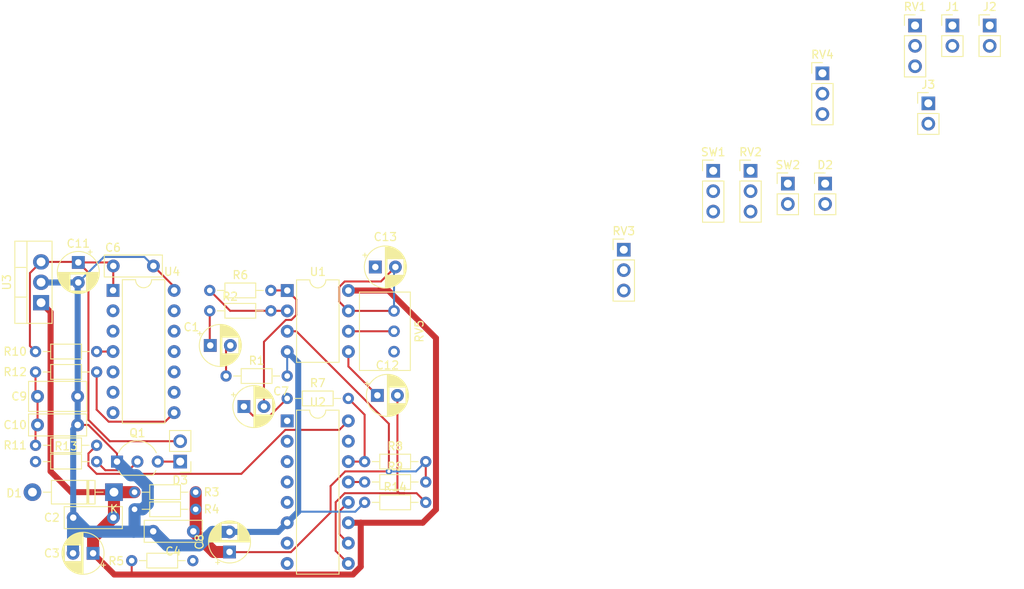
<source format=kicad_pcb>
(kicad_pcb (version 20211014) (generator pcbnew)
  (layers (0 "F.Cu" signal) (31 "B.Cu" signal) (34 "B.Paste" user) (35 "F.Paste" user) (36 "B.SilkS" user "B.Silkscreen") (37 "F.SilkS" user "F.Silkscreen") (38 "B.Mask" user) (39 "F.Mask" user) (44 "Edge.Cuts" user))
  (net 0 "")
  (net 1 "Net-(C1-Pad1)")
  (net 2 "Net-(C1-Pad2)")
  (net 3 "+9V")
  (net 4 "GND")
  (net 5 "/VREF")
  (net 6 "+5V")
  (net 7 "Net-(C7-Pad1)")
  (net 8 "Net-(C7-Pad2)")
  (net 9 "Net-(C10-Pad2)")
  (net 10 "Net-(C12-Pad1)")
  (net 11 "Net-(C12-Pad2)")
  (net 12 "Net-(C13-Pad1)")
  (net 13 "Net-(C13-Pad2)")
  (net 14 "Net-(D1-Pad2)")
  (net 15 "Net-(D2-Pad2)")
  (net 16 "Net-(D3-Pad1)")
  (net 17 "Net-(Q1-Pad2)")
  (net 18 "Net-(R2-Pad2)")
  (net 19 "Net-(R7-Pad2)")
  (net 20 "Net-(R9-Pad1)")
  (net 21 "Net-(R10-Pad2)")
  (net 22 "Net-(R11-Pad2)")
  (net 23 "Net-(R12-Pad1)")
  (net 24 "Net-(RV1-Pad2)")
  (net 25 "Net-(RV2-Pad2)")
  (net 26 "Net-(RV3-Pad2)")
  (net 27 "Net-(J3-PadT)")
  (net 28 "Net-(RV5-Pad2)")
  (net 29 "Net-(SW1-Pad1)")
  (net 30 "Net-(SW1-Pad3)")
  (net 31 "Net-(SW2-Pad1)")
  (net 32 "Net-(U2-Pad10)")
  (net 37 "unconnected-(U4-Pad5)")
  (footprint "Resistor_THT:R_Axial_DIN0204_L3.6mm_D1.6mm_P7.62mm_Horizontal" (layer "F.Cu") (at 97.9424 106.934)
    (fp_text reference "R3" (at 9.6012 0) (layer "F.SilkS"))
    (fp_text value "2k2")
    (pad "1" thru_hole circle (at 0 0) (size 1.4 1.4) (drill 0.7) (layers *.Cu *.Mask) (net 3 "+9V"))
    (pad "2" thru_hole oval (at 7.62 0) (size 1.4 1.4) (drill 0.7) (layers *.Cu *.Mask) (net 5 "/VREF"))
  )
  (footprint "Resistor_THT:R_Axial_DIN0204_L3.6mm_D1.6mm_P7.62mm_Horizontal" (layer "F.Cu") (at 93.218 91.948 180)
    (fp_text reference "R12" (at 10.16 0 180) (layer "F.SilkS"))
    (fp_text value "20k")
    (pad "1" thru_hole circle (at 0 0 180) (size 1.4 1.4) (drill 0.7) (layers *.Cu *.Mask) (net 23 "Net-(R12-Pad1)"))
    (pad "2" thru_hole oval (at 7.62 0 180) (size 1.4 1.4) (drill 0.7) (layers *.Cu *.Mask) (net 9 "Net-(C10-Pad2)"))
  )
  (footprint "Capacitor_THT:CP_Radial_D5.0mm_P2.50mm" (layer "F.Cu") (at 107.379888 88.646)
    (fp_text reference "C1" (at -2.350888 -2.286) (layer "F.SilkS"))
    (fp_text value "1uF")
    (pad "1" thru_hole rect (at 0 0) (size 1.6 1.6) (drill 0.8) (layers *.Cu *.Mask) (net 1 "Net-(C1-Pad1)"))
    (pad "2" thru_hole circle (at 2.5 0) (size 1.6 1.6) (drill 0.8) (layers *.Cu *.Mask) (net 2 "Net-(C1-Pad2)"))
  )
  (footprint "Resistor_THT:R_Axial_DIN0204_L3.6mm_D1.6mm_P7.62mm_Horizontal" (layer "F.Cu") (at 105.5624 109.0676 180)
    (fp_text reference "R4" (at -1.9812 0) (layer "F.SilkS"))
    (fp_text value "2k2")
    (pad "1" thru_hole circle (at 0 0 180) (size 1.4 1.4) (drill 0.7) (layers *.Cu *.Mask) (net 5 "/VREF"))
    (pad "2" thru_hole oval (at 7.62 0 180) (size 1.4 1.4) (drill 0.7) (layers *.Cu *.Mask) (net 4 "GND"))
  )
  (footprint "Capacitor_THT:C_Rect_L7.0mm_W3.5mm_P5.00mm" (layer "F.Cu") (at 90.852 94.996 180)
    (fp_text reference "C9" (at 7.286 0) (layer "F.SilkS"))
    (fp_text value "330nF")
    (pad "1" thru_hole circle (at 0 0 180) (size 1.6 1.6) (drill 0.8) (layers *.Cu *.Mask) (net 4 "GND"))
    (pad "2" thru_hole circle (at 5 0 180) (size 1.6 1.6) (drill 0.8) (layers *.Cu *.Mask) (net 9 "Net-(C10-Pad2)"))
  )
  (footprint "Diode_THT:D_DO-41_SOD81_P10.16mm_Horizontal" (layer "F.Cu") (at 95.377 106.934 180)
    (fp_text reference "D1" (at 12.446 -0.127) (layer "F.SilkS"))
    (fp_text value "1N5817")
    (fp_text user "K" (at 0 -2.1) (layer "F.SilkS"))
    (pad "1" thru_hole rect (at 0 0 180) (size 2.2 2.2) (drill 1.1) (layers *.Cu *.Mask) (net 3 "+9V"))
    (pad "2" thru_hole oval (at 10.16 0 180) (size 2.2 2.2) (drill 1.1) (layers *.Cu *.Mask) (net 14 "Net-(D1-Pad2)"))
  )
  (footprint "Connector_PinHeader_2.54mm:PinHeader_1x02_P2.54mm_Vertical" (layer "F.Cu") (at 204.530225 48.766)
    (fp_text reference "J2" (at 0 -2.33) (layer "F.SilkS"))
    (fp_text value "AudioJack2")
    (pad "1" thru_hole rect (at 0 0) (size 1.7 1.7) (drill 1) (layers *.Cu *.Mask))
    (pad "2" thru_hole oval (at 0 2.54) (size 1.7 1.7) (drill 1) (layers *.Cu *.Mask))
  )
  (footprint "Potentiometer_THT:Potentiometer_Bourns_3299W_Vertical" (layer "F.Cu") (at 130.284 89.418 -90)
    (fp_text reference "RV5" (at -2.54 -3.16 90) (layer "F.SilkS"))
    (fp_text value "20k")
    (pad "1" thru_hole circle (at 0 0 270) (size 1.44 1.44) (drill 0.8) (layers *.Cu *.Mask) (net 4 "GND"))
    (pad "2" thru_hole circle (at -2.54 0 270) (size 1.44 1.44) (drill 0.8) (layers *.Cu *.Mask) (net 28 "Net-(RV5-Pad2)"))
    (pad "3" thru_hole circle (at -5.08 0 270) (size 1.44 1.44) (drill 0.8) (layers *.Cu *.Mask) (net 13 "Net-(C13-Pad2)"))
  )
  (footprint "Capacitor_THT:C_Rect_L7.0mm_W2.5mm_P5.00mm" (layer "F.Cu") (at 90.852 98.552 180)
    (fp_text reference "C10" (at 7.794 0) (layer "F.SilkS"))
    (fp_text value "100nF")
    (pad "1" thru_hole circle (at 0 0 180) (size 1.6 1.6) (drill 0.8) (layers *.Cu *.Mask) (net 4 "GND"))
    (pad "2" thru_hole circle (at 5 0 180) (size 1.6 1.6) (drill 0.8) (layers *.Cu *.Mask) (net 9 "Net-(C10-Pad2)"))
  )
  (footprint "Resistor_THT:R_Axial_DIN0204_L3.6mm_D1.6mm_P7.62mm_Horizontal" (layer "F.Cu") (at 85.598 101.092)
    (fp_text reference "R11" (at -2.54 0) (layer "F.SilkS"))
    (fp_text value "120k")
    (pad "1" thru_hole circle (at 0 0) (size 1.4 1.4) (drill 0.7) (layers *.Cu *.Mask) (net 9 "Net-(C10-Pad2)"))
    (pad "2" thru_hole oval (at 7.62 0) (size 1.4 1.4) (drill 0.7) (layers *.Cu *.Mask) (net 22 "Net-(R11-Pad2)"))
  )
  (footprint "Resistor_THT:R_Axial_DIN0204_L3.6mm_D1.6mm_P7.62mm_Horizontal" (layer "F.Cu") (at 85.598 103.124)
    (fp_text reference "R13" (at 3.81 -1.92) (layer "F.SilkS"))
    (fp_text value "100k")
    (pad "1" thru_hole circle (at 0 0) (size 1.4 1.4) (drill 0.7) (layers *.Cu *.Mask) (net 9 "Net-(C10-Pad2)"))
    (pad "2" thru_hole oval (at 7.62 0) (size 1.4 1.4) (drill 0.7) (layers *.Cu *.Mask) (net 17 "Net-(Q1-Pad2)"))
  )
  (footprint "Package_DIP:DIP-14_W7.62mm" (layer "F.Cu") (at 95.26 81.783)
    (fp_text reference "U4" (at 7.356 -2.33) (layer "F.SilkS"))
    (fp_text value "ATtiny44A-P")
    (pad "1" thru_hole rect (at 0 0) (size 1.6 1.6) (drill 0.8) (layers *.Cu *.Mask) (net 6 "+5V"))
    (pad "2" thru_hole oval (at 0 2.54) (size 1.6 1.6) (drill 0.8) (layers *.Cu *.Mask))
    (pad "3" thru_hole oval (at 0 5.08) (size 1.6 1.6) (drill 0.8) (layers *.Cu *.Mask) (net 31 "Net-(SW2-Pad1)"))
    (pad "4" thru_hole oval (at 0 7.62) (size 1.6 1.6) (drill 0.8) (layers *.Cu *.Mask) (net 21 "Net-(R10-Pad2)"))
    (pad "5" thru_hole oval (at 0 10.16) (size 1.6 1.6) (drill 0.8) (layers *.Cu *.Mask) (net 37 "unconnected-(U4-Pad5)"))
    (pad "6" thru_hole oval (at 0 12.7) (size 1.6 1.6) (drill 0.8) (layers *.Cu *.Mask) (net 29 "Net-(SW1-Pad1)"))
    (pad "7" thru_hole oval (at 0 15.24) (size 1.6 1.6) (drill 0.8) (layers *.Cu *.Mask))
    (pad "8" thru_hole oval (at 7.62 15.24) (size 1.6 1.6) (drill 0.8) (layers *.Cu *.Mask) (net 23 "Net-(R12-Pad1)"))
    (pad "9" thru_hole oval (at 7.62 12.7) (size 1.6 1.6) (drill 0.8) (layers *.Cu *.Mask))
    (pad "10" thru_hole oval (at 7.62 10.16) (size 1.6 1.6) (drill 0.8) (layers *.Cu *.Mask) (net 30 "Net-(SW1-Pad3)"))
    (pad "11" thru_hole oval (at 7.62 7.62) (size 1.6 1.6) (drill 0.8) (layers *.Cu *.Mask) (net 26 "Net-(RV3-Pad2)"))
    (pad "12" thru_hole oval (at 7.62 5.08) (size 1.6 1.6) (drill 0.8) (layers *.Cu *.Mask) (net 25 "Net-(RV2-Pad2)"))
    (pad "13" thru_hole oval (at 7.62 2.54) (size 1.6 1.6) (drill 0.8) (layers *.Cu *.Mask) (net 24 "Net-(RV1-Pad2)"))
    (pad "14" thru_hole oval (at 7.62 0) (size 1.6 1.6) (drill 0.8) (layers *.Cu *.Mask) (net 4 "GND"))
  )
  (footprint "Capacitor_THT:CP_Radial_D5.0mm_P2.50mm" (layer "F.Cu") (at 111.570888 96.266)
    (fp_text reference "C7" (at 4.634112 -1.905) (layer "F.SilkS"))
    (fp_text value "1uF")
    (pad "1" thru_hole rect (at 0 0) (size 1.6 1.6) (drill 0.8) (layers *.Cu *.Mask) (net 7 "Net-(C7-Pad1)"))
    (pad "2" thru_hole circle (at 2.5 0) (size 1.6 1.6) (drill 0.8) (layers *.Cu *.Mask) (net 8 "Net-(C7-Pad2)"))
  )
  (footprint "Package_DIP:DIP-8_W7.62mm" (layer "F.Cu") (at 116.977 81.798)
    (fp_text reference "U1" (at 3.81 -2.33) (layer "F.SilkS"))
    (fp_text value "TL072")
    (pad "1" thru_hole rect (at 0 0) (size 1.6 1.6) (drill 0.8) (layers *.Cu *.Mask) (net 8 "Net-(C7-Pad2)"))
    (pad "2" thru_hole oval (at 0 2.54) (size 1.6 1.6) (drill 0.8) (layers *.Cu *.Mask) (net 18 "Net-(R2-Pad2)"))
    (pad "3" thru_hole oval (at 0 5.08) (size 1.6 1.6) (drill 0.8) (layers *.Cu *.Mask) (net 5 "/VREF"))
    (pad "4" thru_hole oval (at 0 7.62) (size 1.6 1.6) (drill 0.8) (layers *.Cu *.Mask) (net 4 "GND"))
    (pad "5" thru_hole oval (at 7.62 7.62) (size 1.6 1.6) (drill 0.8) (layers *.Cu *.Mask) (net 10 "Net-(C12-Pad1)"))
    (pad "6" thru_hole oval (at 7.62 5.08) (size 1.6 1.6) (drill 0.8) (layers *.Cu *.Mask) (net 28 "Net-(RV5-Pad2)"))
    (pad "7" thru_hole oval (at 7.62 2.54) (size 1.6 1.6) (drill 0.8) (layers *.Cu *.Mask) (net 13 "Net-(C13-Pad2)"))
    (pad "8" thru_hole oval (at 7.62 0) (size 1.6 1.6) (drill 0.8) (layers *.Cu *.Mask) (net 3 "+9V"))
  )
  (footprint "Capacitor_THT:C_Rect_L7.0mm_W2.5mm_P5.00mm" (layer "F.Cu") (at 105.2684 111.8108 180)
    (fp_text reference "C4" (at 2.5 -2.5) (layer "F.SilkS"))
    (fp_text value "100nF")
    (pad "1" thru_hole circle (at 0 0 180) (size 1.6 1.6) (drill 0.8) (layers *.Cu *.Mask) (net 5 "/VREF"))
    (pad "2" thru_hole circle (at 5 0 180) (size 1.6 1.6) (drill 0.8) (layers *.Cu *.Mask) (net 4 "GND"))
  )
  (footprint "Connector_PinHeader_2.54mm:PinHeader_1x02_P2.54mm_Vertical" (layer "F.Cu") (at 184.020225 68.476)
    (fp_text reference "D2" (at 0 -2.33) (layer "F.SilkS"))
    (fp_text value "LED_ON")
    (pad "1" thru_hole rect (at 0 0) (size 1.7 1.7) (drill 1) (layers *.Cu *.Mask) (net 4 "GND"))
    (pad "2" thru_hole oval (at 0 2.54) (size 1.7 1.7) (drill 1) (layers *.Cu *.Mask) (net 15 "Net-(D2-Pad2)"))
  )
  (footprint "Package_DIP:DIP-16_W7.62mm" (layer "F.Cu") (at 116.967 98.044)
    (fp_text reference "U2" (at 3.81 -2.33) (layer "F.SilkS"))
    (fp_text value "LM13700")
    (pad "1" thru_hole rect (at 0 0) (size 1.6 1.6) (drill 0.8) (layers *.Cu *.Mask))
    (pad "2" thru_hole oval (at 0 2.54) (size 1.6 1.6) (drill 0.8) (layers *.Cu *.Mask))
    (pad "3" thru_hole oval (at 0 5.08) (size 1.6 1.6) (drill 0.8) (layers *.Cu *.Mask))
    (pad "4" thru_hole oval (at 0 7.62) (size 1.6 1.6) (drill 0.8) (layers *.Cu *.Mask))
    (pad "5" thru_hole oval (at 0 10.16) (size 1.6 1.6) (drill 0.8) (layers *.Cu *.Mask))
    (pad "6" thru_hole oval (at 0 12.7) (size 1.6 1.6) (drill 0.8) (layers *.Cu *.Mask) (net 4 "GND"))
    (pad "7" thru_hole oval (at 0 15.24) (size 1.6 1.6) (drill 0.8) (layers *.Cu *.Mask))
    (pad "8" thru_hole oval (at 0 17.78) (size 1.6 1.6) (drill 0.8) (layers *.Cu *.Mask))
    (pad "9" thru_hole oval (at 7.62 17.78) (size 1.6 1.6) (drill 0.8) (layers *.Cu *.Mask) (net 11 "Net-(C12-Pad2)"))
    (pad "10" thru_hole oval (at 7.62 15.24) (size 1.6 1.6) (drill 0.8) (layers *.Cu *.Mask) (net 32 "Net-(U2-Pad10)"))
    (pad "11" thru_hole oval (at 7.62 12.7) (size 1.6 1.6) (drill 0.8) (layers *.Cu *.Mask) (net 3 "+9V"))
    (pad "12" thru_hole oval (at 7.62 10.16) (size 1.6 1.6) (drill 0.8) (layers *.Cu *.Mask) (net 32 "Net-(U2-Pad10)"))
    (pad "13" thru_hole oval (at 7.62 7.62) (size 1.6 1.6) (drill 0.8) (layers *.Cu *.Mask) (net 20 "Net-(R9-Pad1)"))
    (pad "14" thru_hole oval (at 7.62 5.08) (size 1.6 1.6) (drill 0.8) (layers *.Cu *.Mask) (net 19 "Net-(R7-Pad2)"))
    (pad "15" thru_hole oval (at 7.62 2.54) (size 1.6 1.6) (drill 0.8) (layers *.Cu *.Mask))
    (pad "16" thru_hole oval (at 7.62 0) (size 1.6 1.6) (drill 0.8) (layers *.Cu *.Mask) (net 22 "Net-(R11-Pad2)"))
  )
  (footprint "Connector_PinHeader_2.54mm:PinHeader_1x03_P2.54mm_Vertical" (layer "F.Cu") (at 170.070225 66.876)
    (fp_text reference "SW1" (at 0 -2.33) (layer "F.SilkS"))
    (fp_text value "SW_SPDT_MSM")
    (pad "1" thru_hole rect (at 0 0) (size 1.7 1.7) (drill 1) (layers *.Cu *.Mask) (net 29 "Net-(SW1-Pad1)"))
    (pad "2" thru_hole oval (at 0 2.54) (size 1.7 1.7) (drill 1) (layers *.Cu *.Mask) (net 4 "GND"))
    (pad "3" thru_hole oval (at 0 5.08) (size 1.7 1.7) (drill 1) (layers *.Cu *.Mask) (net 30 "Net-(SW1-Pad3)"))
  )
  (footprint "Resistor_THT:R_Axial_DIN0204_L3.6mm_D1.6mm_P7.62mm_Horizontal" (layer "F.Cu") (at 105.2068 115.4684 180)
    (fp_text reference "R5" (at 9.5504 -0.0508) (layer "F.SilkS"))
    (fp_text value "10k")
    (pad "1" thru_hole circle (at 0 0 180) (size 1.4 1.4) (drill 0.7) (layers *.Cu *.Mask) (net 15 "Net-(D2-Pad2)"))
    (pad "2" thru_hole oval (at 7.62 0 180) (size 1.4 1.4) (drill 0.7) (layers *.Cu *.Mask) (net 3 "+9V"))
  )
  (footprint "Resistor_THT:R_Axial_DIN0204_L3.6mm_D1.6mm_P7.62mm_Horizontal" (layer "F.Cu") (at 126.619 103.124)
    (fp_text reference "R8" (at 3.81 -1.92) (layer "F.SilkS"))
    (fp_text value "1k")
    (pad "1" thru_hole circle (at 0 0) (size 1.4 1.4) (drill 0.7) (layers *.Cu *.Mask) (net 19 "Net-(R7-Pad2)"))
    (pad "2" thru_hole oval (at 7.62 0) (size 1.4 1.4) (drill 0.7) (layers *.Cu *.Mask) (net 5 "/VREF"))
  )
  (footprint "Capacitor_THT:C_Rect_L7.0mm_W2.5mm_P5.00mm" (layer "F.Cu") (at 95.29 78.74)
    (fp_text reference "C6" (at -0.04 -2.286) (layer "F.SilkS"))
    (fp_text value "100nF")
    (pad "1" thru_hole circle (at 0 0) (size 1.6 1.6) (drill 0.8) (layers *.Cu *.Mask) (net 6 "+5V"))
    (pad "2" thru_hole circle (at 5 0) (size 1.6 1.6) (drill 0.8) (layers *.Cu *.Mask) (net 4 "GND"))
  )
  (footprint "Resistor_THT:R_Axial_DIN0204_L3.6mm_D1.6mm_P7.62mm_Horizontal" (layer "F.Cu") (at 107.315 84.328)
    (fp_text reference "R2" (at 2.54 -1.778) (layer "F.SilkS"))
    (fp_text value "100k")
    (pad "1" thru_hole circle (at 0 0) (size 1.4 1.4) (drill 0.7) (layers *.Cu *.Mask) (net 1 "Net-(C1-Pad1)"))
    (pad "2" thru_hole oval (at 7.62 0) (size 1.4 1.4) (drill 0.7) (layers *.Cu *.Mask) (net 18 "Net-(R2-Pad2)"))
  )
  (footprint "Connector_PinHeader_2.54mm:PinHeader_1x02_P2.54mm_Vertical" (layer "F.Cu") (at 199.880225 48.766)
    (fp_text reference "J1" (at 0 -2.33) (layer "F.SilkS"))
    (fp_text value "Jack-DC")
    (pad "1" thru_hole rect (at 0 0) (size 1.7 1.7) (drill 1) (layers *.Cu *.Mask) (net 4 "GND"))
    (pad "2" thru_hole oval (at 0 2.54) (size 1.7 1.7) (drill 1) (layers *.Cu *.Mask) (net 14 "Net-(D1-Pad2)"))
  )
  (footprint "Resistor_THT:R_Axial_DIN0204_L3.6mm_D1.6mm_P7.62mm_Horizontal" (layer "F.Cu") (at 109.347 92.456)
    (fp_text reference "R1" (at 3.81 -1.92) (layer "F.SilkS"))
    (fp_text value "1M")
    (pad "1" thru_hole circle (at 0 0) (size 1.4 1.4) (drill 0.7) (layers *.Cu *.Mask) (net 2 "Net-(C1-Pad2)"))
    (pad "2" thru_hole oval (at 7.62 0) (size 1.4 1.4) (drill 0.7) (layers *.Cu *.Mask) (net 4 "GND"))
  )
  (footprint "Capacitor_THT:CP_Radial_D5.0mm_P2.50mm" (layer "F.Cu") (at 92.772112 114.554 180)
    (fp_text reference "C3" (at 5.142112 0) (layer "F.SilkS"))
    (fp_text value "100uF")
    (pad "1" thru_hole rect (at 0 0 180) (size 1.6 1.6) (drill 0.8) (layers *.Cu *.Mask) (net 3 "+9V"))
    (pad "2" thru_hole circle (at 2.5 0 180) (size 1.6 1.6) (drill 0.8) (layers *.Cu *.Mask) (net 4 "GND"))
  )
  (footprint "Connector_PinHeader_2.54mm:PinHeader_1x03_P2.54mm_Vertical" (layer "F.Cu") (at 174.720225 66.876)
    (fp_text reference "RV2" (at 0 -2.33) (layer "F.SilkS"))
    (fp_text value "10k")
    (pad "1" thru_hole rect (at 0 0) (size 1.7 1.7) (drill 1) (layers *.Cu *.Mask) (net 6 "+5V"))
    (pad "2" thru_hole oval (at 0 2.54) (size 1.7 1.7) (drill 1) (layers *.Cu *.Mask) (net 25 "Net-(RV2-Pad2)"))
    (pad "3" thru_hole oval (at 0 5.08) (size 1.7 1.7) (drill 1) (layers *.Cu *.Mask) (net 4 "GND"))
  )
  (footprint "Capacitor_THT:CP_Radial_D5.0mm_P2.50mm" (layer "F.Cu") (at 90.932 78.296888 -90)
    (fp_text reference "C11" (at -2.350888 0 180) (layer "F.SilkS"))
    (fp_text value "47uF")
    (pad "1" thru_hole rect (at 0 0 270) (size 1.6 1.6) (drill 0.8) (layers *.Cu *.Mask) (net 6 "+5V"))
    (pad "2" thru_hole circle (at 2.5 0 270) (size 1.6 1.6) (drill 0.8) (layers *.Cu *.Mask) (net 4 "GND"))
  )
  (footprint "Connector_PinHeader_2.54mm:PinHeader_1x03_P2.54mm_Vertical" (layer "F.Cu") (at 183.680225 54.726)
    (fp_text reference "RV4" (at 0 -2.33) (layer "F.SilkS"))
    (fp_text value "50k LOG")
    (pad "1" thru_hole rect (at 0 0) (size 1.7 1.7) (drill 1) (layers *.Cu *.Mask) (net 12 "Net-(C13-Pad1)"))
    (pad "2" thru_hole oval (at 0 2.54) (size 1.7 1.7) (drill 1) (layers *.Cu *.Mask) (net 27 "Net-(J3-PadT)"))
    (pad "3" thru_hole oval (at 0 5.08) (size 1.7 1.7) (drill 1) (layers *.Cu *.Mask) (net 4 "GND"))
  )
  (footprint "Resistor_THT:R_Axial_DIN0204_L3.6mm_D1.6mm_P7.62mm_Horizontal" (layer "F.Cu") (at 85.598 89.408)
    (fp_text reference "R10" (at -2.54 0) (layer "F.SilkS"))
    (fp_text value "10k")
    (pad "1" thru_hole circle (at 0 0) (size 1.4 1.4) (drill 0.7) (layers *.Cu *.Mask) (net 6 "+5V"))
    (pad "2" thru_hole oval (at 7.62 0) (size 1.4 1.4) (drill 0.7) (layers *.Cu *.Mask) (net 21 "Net-(R10-Pad2)"))
  )
  (footprint "Package_TO_SOT_THT:TO-92L_Inline_Wide" (layer "F.Cu") (at 95.758 103.124)
    (fp_text reference "Q1" (at 2.54 -3.56) (layer "F.SilkS"))
    (fp_text value "2N4401")
    (pad "1" thru_hole rect (at 0 0) (size 1.5 1.5) (drill 0.8) (layers *.Cu *.Mask) (net 4 "GND"))
    (pad "2" thru_hole circle (at 2.54 0) (size 1.5 1.5) (drill 0.8) (layers *.Cu *.Mask) (net 17 "Net-(Q1-Pad2)"))
    (pad "3" thru_hole circle (at 5.08 0) (size 1.5 1.5) (drill 0.8) (layers *.Cu *.Mask) (net 16 "Net-(D3-Pad1)"))
  )
  (footprint "Connector_PinHeader_2.54mm:PinHeader_1x03_P2.54mm_Vertical" (layer "F.Cu") (at 158.920225 76.716)
    (fp_text reference "RV3" (at 0 -2.33) (layer "F.SilkS"))
    (fp_text value "10k")
    (pad "1" thru_hole rect (at 0 0) (size 1.7 1.7) (drill 1) (layers *.Cu *.Mask) (net 6 "+5V"))
    (pad "2" thru_hole oval (at 0 2.54) (size 1.7 1.7) (drill 1) (layers *.Cu *.Mask) (net 26 "Net-(RV3-Pad2)"))
    (pad "3" thru_hole oval (at 0 5.08) (size 1.7 1.7) (drill 1) (layers *.Cu *.Mask) (net 4 "GND"))
  )
  (footprint "Resistor_THT:R_Axial_DIN0204_L3.6mm_D1.6mm_P7.62mm_Horizontal" (layer "F.Cu") (at 126.619 105.664)
    (fp_text reference "R9" (at 3.81 -1.92) (layer "F.SilkS"))
    (fp_text value "1k")
    (pad "1" thru_hole circle (at 0 0) (size 1.4 1.4) (drill 0.7) (layers *.Cu *.Mask) (net 20 "Net-(R9-Pad1)"))
    (pad "2" thru_hole oval (at 7.62 0) (size 1.4 1.4) (drill 0.7) (layers *.Cu *.Mask) (net 5 "/VREF"))
  )
  (footprint "Connector_PinHeader_2.54mm:PinHeader_1x02_P2.54mm_Vertical" (layer "F.Cu") (at 179.370225 68.476)
    (fp_text reference "SW2" (at 0 -2.33) (layer "F.SilkS"))
    (fp_text value "SW_Push")
    (pad "1" thru_hole rect (at 0 0) (size 1.7 1.7) (drill 1) (layers *.Cu *.Mask) (net 31 "Net-(SW2-Pad1)"))
    (pad "2" thru_hole oval (at 0 2.54) (size 1.7 1.7) (drill 1) (layers *.Cu *.Mask) (net 4 "GND"))
  )
  (footprint "Resistor_THT:R_Axial_DIN0204_L3.6mm_D1.6mm_P7.62mm_Horizontal" (layer "F.Cu") (at 107.315 81.788)
    (fp_text reference "R6" (at 3.81 -1.92) (layer "F.SilkS"))
    (fp_text value "330k")
    (pad "1" thru_hole circle (at 0 0) (size 1.4 1.4) (drill 0.7) (layers *.Cu *.Mask) (net 18 "Net-(R2-Pad2)"))
    (pad "2" thru_hole oval (at 7.62 0) (size 1.4 1.4) (drill 0.7) (layers *.Cu *.Mask) (net 8 "Net-(C7-Pad2)"))
  )
  (footprint "Package_TO_SOT_THT:TO-220-3_Vertical" (layer "F.Cu") (at 86.289 83.312 90)
    (fp_text reference "U3" (at 2.54 -4.27 90) (layer "F.SilkS"))
    (fp_text value "L7805")
    (pad "1" thru_hole rect (at 0 0 90) (size 1.905 2) (drill 1.1) (layers *.Cu *.Mask) (net 3 "+9V"))
    (pad "2" thru_hole oval (at 2.54 0 90) (size 1.905 2) (drill 1.1) (layers *.Cu *.Mask) (net 4 "GND"))
    (pad "3" thru_hole oval (at 5.08 0 90) (size 1.905 2) (drill 1.1) (layers *.Cu *.Mask) (net 6 "+5V"))
  )
  (footprint "Capacitor_THT:CP_Radial_D5.0mm_P2.50mm" (layer "F.Cu") (at 127.953888 78.867)
    (fp_text reference "C13" (at 1.25 -3.75) (layer "F.SilkS"))
    (fp_text value "1uF")
    (pad "1" thru_hole rect (at 0 0) (size 1.6 1.6) (drill 0.8) (layers *.Cu *.Mask) (net 12 "Net-(C13-Pad1)"))
    (pad "2" thru_hole circle (at 2.5 0) (size 1.6 1.6) (drill 0.8) (layers *.Cu *.Mask) (net 13 "Net-(C13-Pad2)"))
  )
  (footprint "Capacitor_THT:CP_Radial_D5.0mm_P2.50mm" (layer "F.Cu") (at 128.207888 94.869)
    (fp_text reference "C12" (at 1.25 -3.75) (layer "F.SilkS"))
    (fp_text value "1uF")
    (pad "1" thru_hole rect (at 0 0) (size 1.6 1.6) (drill 0.8) (layers *.Cu *.Mask) (net 10 "Net-(C12-Pad1)"))
    (pad "2" thru_hole circle (at 2.5 0) (size 1.6 1.6) (drill 0.8) (layers *.Cu *.Mask) (net 11 "Net-(C12-Pad2)"))
  )
  (footprint "Connector_PinHeader_2.54mm:PinHeader_1x02_P2.54mm_Vertical" (layer "F.Cu") (at 103.632 103.124 180)
    (fp_text reference "D3" (at 0 -2.33) (layer "F.SilkS"))
    (fp_text value "LED_PULSE")
    (pad "1" thru_hole rect (at 0 0 180) (size 1.7 1.7) (drill 1) (layers *.Cu *.Mask) (net 16 "Net-(D3-Pad1)"))
    (pad "2" thru_hole oval (at 0 2.54 180) (size 1.7 1.7) (drill 1) (layers *.Cu *.Mask) (net 6 "+5V"))
  )
  (footprint "Connector_PinHeader_2.54mm:PinHeader_1x02_P2.54mm_Vertical" (layer "F.Cu") (at 196.880225 58.466)
    (fp_text reference "J3" (at 0 -2.33) (layer "F.SilkS"))
    (fp_text value "AudioJack2")
    (pad "1" thru_hole rect (at 0 0) (size 1.7 1.7) (drill 1) (layers *.Cu *.Mask))
    (pad "2" thru_hole oval (at 0 2.54) (size 1.7 1.7) (drill 1) (layers *.Cu *.Mask))
  )
  (footprint "Capacitor_THT:CP_Radial_D5.0mm_P2.50mm" (layer "F.Cu") (at 109.7788 114.387512 90)
    (fp_text reference "C8" (at 1.25 -3.75 90) (layer "F.SilkS"))
    (fp_text value "47uF")
    (pad "1" thru_hole rect (at 0 0 90) (size 1.6 1.6) (drill 0.8) (layers *.Cu *.Mask) (net 5 "/VREF"))
    (pad "2" thru_hole circle (at 2.5 0 90) (size 1.6 1.6) (drill 0.8) (layers *.Cu *.Mask) (net 4 "GND"))
  )
  (footprint "Capacitor_THT:C_Rect_L7.0mm_W2.5mm_P5.00mm" (layer "F.Cu") (at 95.297 110.109 180)
    (fp_text reference "C2" (at 7.667 0) (layer "F.SilkS"))
    (fp_text value "100nF")
    (pad "1" thru_hole circle (at 0 0 180) (size 1.6 1.6) (drill 0.8) (layers *.Cu *.Mask) (net 3 "+9V"))
    (pad "2" thru_hole circle (at 5 0 180) (size 1.6 1.6) (drill 0.8) (layers *.Cu *.Mask) (net 4 "GND"))
  )
  (footprint "Resistor_THT:R_Axial_DIN0204_L3.6mm_D1.6mm_P7.62mm_Horizontal" (layer "F.Cu") (at 126.619 108.204)
    (fp_text reference "R14" (at 3.81 -1.92) (layer "F.SilkS"))
    (fp_text value "4k7")
    (pad "1" thru_hole circle (at 0 0) (size 1.4 1.4) (drill 0.7) (layers *.Cu *.Mask) (net 4 "GND"))
    (pad "2" thru_hole oval (at 7.62 0) (size 1.4 1.4) (drill 0.7) (layers *.Cu *.Mask) (net 11 "Net-(C12-Pad2)"))
  )
  (footprint "Connector_PinHeader_2.54mm:PinHeader_1x03_P2.54mm_Vertical" (layer "F.Cu") (at 195.230225 48.766)
    (fp_text reference "RV1" (at 0 -2.33) (layer "F.SilkS"))
    (fp_text value "10k")
    (pad "1" thru_hole rect (at 0 0) (size 1.7 1.7) (drill 1) (layers *.Cu *.Mask) (net 6 "+5V"))
    (pad "2" thru_hole oval (at 0 2.54) (size 1.7 1.7) (drill 1) (layers *.Cu *.Mask) (net 24 "Net-(RV1-Pad2)"))
    (pad "3" thru_hole oval (at 0 5.08) (size 1.7 1.7) (drill 1) (layers *.Cu *.Mask) (net 4 "GND"))
  )
  (footprint "Resistor_THT:R_Axial_DIN0204_L3.6mm_D1.6mm_P7.62mm_Horizontal" (layer "F.Cu") (at 116.967 95.25)
    (fp_text reference "R7" (at 3.81 -1.92) (layer "F.SilkS"))
    (fp_text value "100k")
    (pad "1" thru_hole circle (at 0 0) (size 1.4 1.4) (drill 0.7) (layers *.Cu *.Mask) (net 7 "Net-(C7-Pad1)"))
    (pad "2" thru_hole oval (at 7.62 0) (size 1.4 1.4) (drill 0.7) (layers *.Cu *.Mask) (net 19 "Net-(R7-Pad2)"))
  )
  (segment (start 107.315 88.581112) (end 107.379888 88.646) (width 0.25) (layer "F.Cu") (net 1))
  (segment (start 107.315 84.328) (end 107.315 88.581112) (width 0.25) (layer "F.Cu") (net 1))
  (segment (start 109.347 89.178888) (end 109.879888 88.646) (width 0.25) (layer "F.Cu") (net 2))
  (segment (start 109.347 92.456) (end 109.347 89.178888) (width 0.25) (layer "F.Cu") (net 2))
  (segment (start 92.772112 114.554) (end 92.772112 112.633888) (width 1.5) (layer "F.Cu") (net 3))
  (segment (start 135.513511 109.088489) (end 133.858 110.744) (width 0.75) (layer "F.Cu") (net 3))
  (segment (start 129.574716 81.798) (end 135.513511 87.736795) (width 0.75) (layer "F.Cu") (net 3))
  (segment (start 86.289 83.312) (end 87.4776 84.5006) (width 0.75) (layer "F.Cu") (net 3))
  (segment (start 95.416623 117.198511) (end 97.533089 117.198511) (width 0.75) (layer "F.Cu") (net 3))
  (segment (start 87.4776 104.3432) (end 90.0684 106.934) (width 0.75) (layer "F.Cu") (net 3))
  (segment (start 126.1364 110.744) (end 124.587 110.744) (width 0.75) (layer "F.Cu") (net 3))
  (segment (start 97.533089 117.198511) (end 125.156342 117.198511) (width 0.75) (layer "F.Cu") (net 3))
  (segment (start 92.772112 112.633888) (end 95.297 110.109) (width 1.5) (layer "F.Cu") (net 3))
  (segment (start 95.377 106.934) (end 97.9424 106.934) (width 1.5) (layer "F.Cu") (net 3))
  (segment (start 133.858 110.744) (end 126.1364 110.744) (width 0.75) (layer "F.Cu") (net 3))
  (segment (start 95.377 106.934) (end 95.377 110.029) (width 1.5) (layer "F.Cu") (net 3))
  (segment (start 90.0684 106.934) (end 95.377 106.934) (width 0.75) (layer "F.Cu") (net 3))
  (segment (start 126.1364 116.218453) (end 126.1364 110.744) (width 0.75) (layer "F.Cu") (net 3))
  (segment (start 97.5868 117.1448) (end 97.533089 117.198511) (width 0.25) (layer "F.Cu") (net 3))
  (segment (start 87.4776 84.5006) (end 87.4776 104.3432) (width 0.75) (layer "F.Cu") (net 3))
  (segment (start 95.377 110.029) (end 95.297 110.109) (width 1.5) (layer "F.Cu") (net 3))
  (segment (start 125.156342 117.198511) (end 126.1364 116.218453) (width 0.75) (layer "F.Cu") (net 3))
  (segment (start 124.597 81.798) (end 129.574716 81.798) (width 0.75) (layer "F.Cu") (net 3))
  (segment (start 97.5868 115.4684) (end 97.5868 117.1448) (width 0.25) (layer "F.Cu") (net 3))
  (segment (start 135.513511 87.736795) (end 135.513511 109.088489) (width 0.75) (layer "F.Cu") (net 3))
  (segment (start 92.772112 114.554) (end 95.416623 117.198511) (width 0.75) (layer "F.Cu") (net 3))
  (segment (start 102.88 81.33) (end 102.88 81.783) (width 0.25) (layer "F.Cu") (net 4))
  (segment (start 90.907112 80.772) (end 90.932 80.796888) (width 0.25) (layer "F.Cu") (net 4))
  (segment (start 100.29 78.74) (end 102.88 81.33) (width 0.25) (layer "F.Cu") (net 4))
  (segment (start 95.758 103.124) (end 95.758 102.124) (width 0.25) (layer "F.Cu") (net 4))
  (segment (start 95.758 102.124) (end 92.186 98.552) (width 0.25) (layer "F.Cu") (net 4))
  (segment (start 90.297 114.529112) (end 90.272112 114.554) (width 1.5) (layer "F.Cu") (net 4))
  (segment (start 92.186 98.552) (end 90.852 98.552) (width 0.25) (layer "F.Cu") (net 4))
  (segment (start 90.852 80.876888) (end 90.932 80.796888) (width 0.25) (layer "F.Cu") (net 4))
  (segment (start 116.967 89.428) (end 116.977 89.418) (width 0.25) (layer "F.Cu") (net 4))
  (segment (start 90.297 110.109) (end 90.297 99.107) (width 0.75) (layer "B.Cu") (net 4))
  (segment (start 97.457511 104.823511) (end 95.758 103.124) (width 1.5) (layer "B.Cu") (net 4))
  (segment (start 97.9424 111.753822) (end 97.837711 111.858511) (width 1.5) (layer "B.Cu") (net 4))
  (segment (start 115.823488 111.887512) (end 109.7788 111.887512) (width 0.75) (layer "B.Cu") (net 4))
  (segment (start 97.9424 109.0676) (end 98.932349 109.0676) (width 1.5) (layer "B.Cu") (net 4))
  (segment (start 97.9424 109.0676) (end 97.9424 111.753822) (width 1.5) (layer "B.Cu") (net 4))
  (segment (start 92.046511 111.858511) (end 97.837711 111.858511) (width 1.5) (layer "B.Cu") (net 4))
  (segment (start 90.852 94.996) (end 90.852 80.876888) (width 0.75) (layer "B.Cu") (net 4))
  (segment (start 118.341511 109.369489) (end 125.453511 109.369489) (width 0.25) (layer "B.Cu") (net 4))
  (segment (start 86.313888 80.796888) (end 86.289 80.772) (width 0.75) (layer "B.Cu") (net 4))
  (segment (start 118.341511 109.369489) (end 118.341511 90.782511) (width 0.75) (layer "B.Cu") (net 4))
  (segment (start 90.297 99.107) (end 90.852 98.552) (width 0.75) (layer "B.Cu") (net 4))
  (segment (start 97.837711 111.858511) (end 100.220689 111.858511) (width 1.5) (layer "B.Cu") (net 4))
  (segment (start 90.272112 114.554) (end 90.272112 110.133888) (width 1.5) (layer "B.Cu") (net 4))
  (segment (start 94.113399 77.615489) (end 90.932 80.796888) (width 0.25) (layer "B.Cu") (net 4))
  (segment (start 98.164673 104.823511) (end 97.457511 104.823511) (width 1.5) (layer "B.Cu") (net 4))
  (segment (start 118.341511 90.782511) (end 116.977 89.418) (width 0.75) (layer "B.Cu") (net 4))
  (segment (start 102.017911 113.560311) (end 100.2684 111.8108) (width 1.5) (layer "B.Cu") (net 4))
  (segment (start 99.165489 77.615489) (end 94.113399 77.615489) (width 0.25) (layer "B.Cu") (net 4))
  (segment (start 98.932349 109.0676) (end 99.591911 108.408038) (width 1.5) (layer "B.Cu") (net 4))
  (segment (start 116.967 110.744) (end 115.823488 111.887512) (width 0.75) (layer "B.Cu") (net 4))
  (segment (start 90.852 98.552) (end 90.852 94.996) (width 0.75) (layer "B.Cu") (net 4))
  (segment (start 100.29 78.74) (end 99.165489 77.615489) (width 0.25) (layer "B.Cu") (net 4))
  (segment (start 90.852 80.876888) (end 90.932 80.796888) (width 0.75) (layer "B.Cu") (net 4))
  (segment (start 90.932 80.796888) (end 86.313888 80.796888) (width 0.75) (layer "B.Cu") (net 4))
  (segment (start 100.220689 111.858511) (end 100.2684 111.8108) (width 1.5) (layer "B.Cu") (net 4))
  (segment (start 116.967 89.428) (end 116.977 89.418) (width 0.25) (layer "B.Cu") (net 4))
  (segment (start 90.297 110.109) (end 92.046511 111.858511) (width 1.5) (layer "B.Cu") (net 4))
  (segment (start 125.453511 109.369489) (end 126.619 108.204) (width 0.25) (layer "B.Cu") (net 4))
  (segment (start 116.967 92.456) (end 116.967 89.428) (width 0.25) (layer "B.Cu") (net 4))
  (segment (start 116.967 110.744) (end 118.341511 109.369489) (width 0.75) (layer "B.Cu") (net 4))
  (segment (start 105.993072 113.560311) (end 102.017911 113.560311) (width 1.5) (layer "B.Cu") (net 4))
  (segment (start 109.7788 111.887512) (end 107.665871 111.887512) (width 1.5) (layer "B.Cu") (net 4))
  (segment (start 107.665871 111.887512) (end 105.993072 113.560311) (width 1.5) (layer "B.Cu") (net 4))
  (segment (start 99.591911 106.250749) (end 98.164673 104.823511) (width 1.5) (layer "B.Cu") (net 4))
  (segment (start 90.297 110.109) (end 90.272112 110.133888) (width 0.75) (layer "B.Cu") (net 4))
  (segment (start 99.591911 108.408038) (end 99.591911 106.250749) (width 1.5) (layer "B.Cu") (net 4))
  (segment (start 105.5624 109.0676) (end 105.5624 111.5168) (width 1.5) (layer "F.Cu") (net 5))
  (segment (start 118.10837 86.878) (end 129.6416 98.41123) (width 0.25) (layer "F.Cu") (net 5))
  (segment (start 109.7788 114.387512) (end 107.845112 114.387512) (width 1.5) (layer "F.Cu") (net 5))
  (segment (start 134.239 105.664) (end 134.239 103.124) (width 0.25) (layer "F.Cu") (net 5))
  (segment (start 117.432789 114.408511) (end 122.3772 109.4641) (width 0.25) (layer "F.Cu") (net 5))
  (segment (start 122.3772 106.172) (end 124.206 104.3432) (width 0.25) (layer "F.Cu") (net 5))
  (segment (start 107.845112 114.387512) (end 105.2684 111.8108) (width 1.5) (layer "F.Cu") (net 5))
  (segment (start 116.977 86.878) (end 118.10837 86.878) (width 0.25) (layer "F.Cu") (net 5))
  (segment (start 122.3772 109.4641) (end 122.3772 106.172) (width 0.25) (layer "F.Cu") (net 5))
  (segment (start 129.6416 98.41123) (end 129.6416 104.3432) (width 0.25) (layer "F.Cu") (net 5))
  (segment (start 109.799799 114.408511) (end 117.432789 114.408511) (width 0.25) (layer "F.Cu") (net 5))
  (segment (start 105.5624 111.5168) (end 105.2684 111.8108) (width 1.5) (layer "F.Cu") (net 5))
  (segment (start 109.7788 114.387512) (end 109.799799 114.408511) (width 0.25) (layer "F.Cu") (net 5))
  (segment (start 124.206 104.3432) (end 129.6416 104.3432) (width 0.25) (layer "F.Cu") (net 5))
  (segment (start 105.5624 109.0676) (end 105.5624 106.934) (width 1.5) (layer "F.Cu") (net 5))
  (via (at 129.6416 104.3432) (size 0.8) (drill 0.4) (layers "F.Cu" "B.Cu") (net 5))
  (segment (start 133.0198 104.3432) (end 134.239 103.124) (width 0.25) (layer "B.Cu") (net 5))
  (segment (start 129.6416 104.3432) (end 133.0198 104.3432) (width 0.25) (layer "B.Cu") (net 5))
  (segment (start 103.632 100.584) (end 94.853718 100.584) (width 0.25) (layer "F.Cu") (net 6))
  (segment (start 84.898 79.623) (end 86.289 78.232) (width 0.25) (layer "F.Cu") (net 6))
  (segment (start 95.29 78.74) (end 95.29 81.753) (width 0.25) (layer "F.Cu") (net 6))
  (segment (start 92.193489 97.923771) (end 92.193489 79.558377) (width 0.25) (layer "F.Cu") (net 6))
  (segment (start 85.598 89.408) (end 84.898 88.708) (width 0.25) (layer "F.Cu") (net 6))
  (segment (start 90.867112 78.232) (end 90.932 78.296888) (width 0.25) (layer "F.Cu") (net 6))
  (segment (start 94.853718 100.584) (end 92.193489 97.923771) (width 0.25) (layer "F.Cu") (net 6))
  (segment (start 84.898 88.708) (end 84.898 79.623) (width 0.25) (layer "F.Cu") (net 6))
  (segment (start 86.289 78.232) (end 90.867112 78.232) (width 0.25) (layer "F.Cu") (net 6))
  (segment (start 95.29 81.753) (end 95.26 81.783) (width 0.25) (layer "F.Cu") (net 6))
  (segment (start 90.932 78.296888) (end 94.846888 78.296888) (width 0.25) (layer "F.Cu") (net 6))
  (segment (start 92.193489 79.558377) (end 90.932 78.296888) (width 0.25) (layer "F.Cu") (net 6))
  (segment (start 94.846888 78.296888) (end 95.29 78.74) (width 0.25) (layer "F.Cu") (net 6))
  (segment (start 111.570888 96.266) (end 112.695399 97.390511) (width 0.25) (layer "F.Cu") (net 7))
  (segment (start 114.826489 97.390511) (end 116.967 95.25) (width 0.25) (layer "F.Cu") (net 7))
  (segment (start 112.695399 97.390511) (end 114.826489 97.390511) (width 0.25) (layer "F.Cu") (net 7))
  (segment (start 116.802189 85.462511) (end 117.483489 85.462511) (width 0.25) (layer "F.Cu") (net 8))
  (segment (start 118.101511 82.922511) (end 116.977 81.798) (width 0.25) (layer "F.Cu") (net 8))
  (segment (start 114.935 81.788) (end 116.967 81.788) (width 0.25) (layer "F.Cu") (net 8))
  (segment (start 114.070888 88.193812) (end 116.802189 85.462511) (width 0.25) (layer "F.Cu") (net 8))
  (segment (start 116.967 81.788) (end 116.977 81.798) (width 0.25) (layer "F.Cu") (net 8))
  (segment (start 118.101511 84.844489) (end 118.101511 82.922511) (width 0.25) (layer "F.Cu") (net 8))
  (segment (start 117.483489 85.462511) (end 118.101511 84.844489) (width 0.25) (layer "F.Cu") (net 8))
  (segment (start 114.070888 96.266) (end 114.070888 88.193812) (width 0.25) (layer "F.Cu") (net 8))
  (segment (start 85.598 94.742) (end 85.852 94.996) (width 0.25) (layer "F.Cu") (net 9))
  (segment (start 85.852 98.552) (end 85.852 94.996) (width 0.25) (layer "F.Cu") (net 9))
  (segment (start 85.598 91.948) (end 85.598 94.742) (width 0.25) (layer "F.Cu") (net 9))
  (segment (start 85.598 98.806) (end 85.852 98.552) (width 0.25) (layer "F.Cu") (net 9))
  (segment (start 85.598 101.092) (end 85.598 98.806) (width 0.25) (layer "F.Cu") (net 9))
  (segment (start 124.597 91.258112) (end 128.207888 94.869) (width 0.25) (layer "F.Cu") (net 10))
  (segment (start 124.597 89.418) (end 124.597 91.258112) (width 0.25) (layer "F.Cu") (net 10))
  (segment (start 124.1397 107.061) (end 131.572 107.061) (width 0.25) (layer "F.Cu") (net 11))
  (segment (start 130.707888 94.869) (end 130.707888 106.831888) (width 0.25) (layer "F.Cu") (net 11))
  (segment (start 133.096 107.061) (end 134.239 108.204) (width 0.25) (layer "F.Cu") (net 11))
  (segment (start 123.012969 114.249969) (end 123.012969 108.187731) (width 0.25) (layer "F.Cu") (net 11))
  (segment (start 131.572 107.061) (end 133.096 107.061) (width 0.25) (layer "F.Cu") (net 11))
  (segment (start 130.937 107.061) (end 131.572 107.061) (width 0.25) (layer "F.Cu") (net 11))
  (segment (start 130.707888 106.831888) (end 130.937 107.061) (width 0.25) (layer "F.Cu") (net 11))
  (segment (start 123.012969 108.187731) (end 124.1397 107.061) (width 0.25) (layer "F.Cu") (net 11))
  (segment (start 124.587 115.824) (end 123.012969 114.249969) (width 0.25) (layer "F.Cu") (net 11))
  (segment (start 130.453888 78.867) (end 128.650488 80.6704) (width 0.25) (layer "F.Cu") (net 13))
  (segment (start 123.444 83.185) (end 124.597 84.338) (width 0.25) (layer "F.Cu") (net 13))
  (segment (start 128.650488 80.6704) (end 124.1343 80.6704) (width 0.25) (layer "F.Cu") (net 13))
  (segment (start 123.444 81.3607) (end 123.444 83.185) (width 0.25) (layer "F.Cu") (net 13))
  (segment (start 124.597 84.338) (end 130.284 84.338) (width 0.25) (layer "F.Cu") (net 13))
  (segment (start 124.1343 80.6704) (end 123.444 81.3607) (width 0.25) (layer "F.Cu") (net 13))
  (segment (start 130.284 84.338) (end 130.284 79.036888) (width 0.25) (layer "B.Cu") (net 13))
  (segment (start 130.284 79.036888) (end 130.453888 78.867) (width 0.25) (layer "B.Cu") (net 13))
  (segment (start 100.838 103.124) (end 103.632 103.124) (width 0.25) (layer "F.Cu") (net 16))
  (segment (start 97.223489 104.198511) (end 98.298 103.124) (width 0.25) (layer "F.Cu") (net 17))
  (segment (start 93.218 103.124) (end 94.292511 104.198511) (width 0.25) (layer "F.Cu") (net 17))
  (segment (start 94.292511 104.198511) (end 97.223489 104.198511) (width 0.25) (layer "F.Cu") (net 17))
  (segment (start 114.935 84.328) (end 116.967 84.328) (width 0.25) (layer "F.Cu") (net 18))
  (segment (start 107.315 81.788) (end 109.855 84.328) (width 0.25) (layer "F.Cu") (net 18))
  (segment (start 116.967 84.328) (end 116.977 84.338) (width 0.25) (layer "F.Cu") (net 18))
  (segment (start 109.855 84.328) (end 114.935 84.328) (width 0.25) (layer "F.Cu") (net 18))
  (segment (start 124.587 103.124) (end 126.619 103.124) (width 0.25) (layer "F.Cu") (net 19))
  (segment (start 126.619 97.282) (end 126.619 103.124) (width 0.25) (layer "F.Cu") (net 19))
  (segment (start 124.587 95.25) (end 126.619 97.282) (width 0.25) (layer "F.Cu") (net 19))
  (segment (start 124.587 105.664) (end 126.619 105.664) (width 0.25) (layer "F.Cu") (net 20))
  (segment (start 92.964 89.408) (end 95.255 89.408) (width 0.25) (layer "F.Cu") (net 21))
  (segment (start 95.255 89.408) (end 95.26 89.403) (width 0.25) (layer "F.Cu") (net 21))
  (segment (start 123.462489 99.168511) (end 124.587 98.044) (width 0.25) (layer "F.Cu") (net 22))
  (segment (start 93.218 101.092) (end 92.193489 102.116511) (width 0.25) (layer "F.Cu") (net 22))
  (segment (start 116.731489 99.168511) (end 123.462489 99.168511) (width 0.25) (layer "F.Cu") (net 22))
  (segment (start 92.193489 103.623489) (end 93.218031 104.648031) (width 0.25) (layer "F.Cu") (net 22))
  (segment (start 92.193489 102.116511) (end 92.193489 103.623489) (width 0.25) (layer "F.Cu") (net 22))
  (segment (start 93.218031 104.648031) (end 111.251969 104.648031) (width 0.25) (layer "F.Cu") (net 22))
  (segment (start 111.251969 104.648031) (end 116.731489 99.168511) (width 0.25) (layer "F.Cu") (net 22))
  (segment (start 102.88 97.023) (end 101.755489 98.147511) (width 0.25) (layer "F.Cu") (net 23))
  (segment (start 93.218 96.647) (end 93.218 91.948) (width 0.25) (layer "F.Cu") (net 23))
  (segment (start 94.718511 98.147511) (end 93.218 96.647) (width 0.25) (layer "F.Cu") (net 23))
  (segment (start 101.755489 98.147511) (end 94.718511 98.147511) (width 0.25) (layer "F.Cu") (net 23))
  (segment (start 124.597 86.878) (end 130.284 86.878) (width 0.25) (layer "F.Cu") (net 28))
  (segment (start 124.587 113.284) (end 123.462489 112.159489) (width 0.25) (layer "F.Cu") (net 32))
  (segment (start 123.462489 109.328511) (end 124.587 108.204) (width 0.25) (layer "F.Cu") (net 32))
  (segment (start 123.462489 112.159489) (end 123.462489 109.328511) (width 0.25) (layer "F.Cu") (net 32))
  (segment (start 95.255 91.948) (end 95.26 91.943) (width 0.25) (layer "F.Cu") (net 37))
)
</source>
